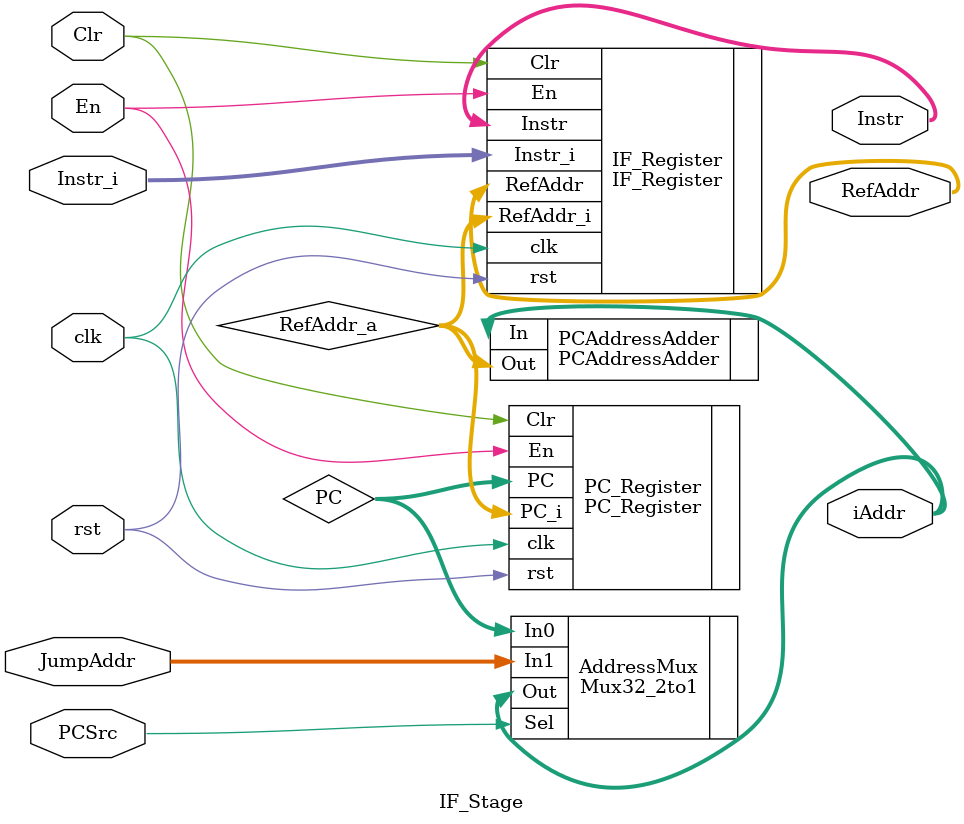
<source format=v>
module IF_Stage (clk,rst,En,Clr,PCSrc,JumpAddr,Instr_i,iAddr,RefAddr,Instr);

	input clk, rst;
	input En, Clr;
	input PCSrc;
	input[31:0] JumpAddr, Instr_i;

	output[31:0] iAddr;
	output[31:0] RefAddr, Instr;
		wire[31:0] iAddr;
		wire[31:0] RefAddr, Instr;

	wire[31:0] PC, RefAddr_a;

	//PC Register
	PC_Register PC_Register (
		.clk(clk),
		.rst(rst),
		.En(En),
		.Clr(Clr),
		.PC_i(RefAddr_a),
		.PC(PC)
	);

	//JumpAddr vs. RefAddr
	Mux32_2to1 AddressMux (
		.Sel(PCSrc),
		.In0(PC),
		.In1(JumpAddr),
		.Out(iAddr)
	);

	//Instruction Address Adder
	PCAddressAdder PCAddressAdder (
		.In(iAddr),
		.Out(RefAddr_a)
	);

	//IF Register
	IF_Register IF_Register (
		.clk(clk),
		.rst(rst),
		.En(En),
		.Clr(Clr),
		.RefAddr_i(RefAddr_a),
		.Instr_i(Instr_i),
		.RefAddr(RefAddr),
		.Instr(Instr)
	);

endmodule

</source>
